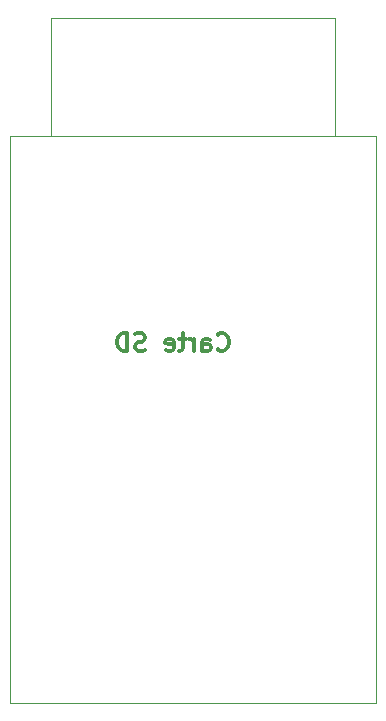
<source format=gbr>
G04 #@! TF.GenerationSoftware,KiCad,Pcbnew,(5.1.4)-1*
G04 #@! TF.CreationDate,2020-08-17T08:14:46+02:00*
G04 #@! TF.ProjectId,proto,70726f74-6f2e-46b6-9963-61645f706362,rev?*
G04 #@! TF.SameCoordinates,Original*
G04 #@! TF.FileFunction,Legend,Bot*
G04 #@! TF.FilePolarity,Positive*
%FSLAX46Y46*%
G04 Gerber Fmt 4.6, Leading zero omitted, Abs format (unit mm)*
G04 Created by KiCad (PCBNEW (5.1.4)-1) date 2020-08-17 08:14:46*
%MOMM*%
%LPD*%
G04 APERTURE LIST*
%ADD10C,0.300000*%
%ADD11C,0.120000*%
G04 APERTURE END LIST*
D10*
X159185714Y-101635714D02*
X159257142Y-101707142D01*
X159471428Y-101778571D01*
X159614285Y-101778571D01*
X159828571Y-101707142D01*
X159971428Y-101564285D01*
X160042857Y-101421428D01*
X160114285Y-101135714D01*
X160114285Y-100921428D01*
X160042857Y-100635714D01*
X159971428Y-100492857D01*
X159828571Y-100350000D01*
X159614285Y-100278571D01*
X159471428Y-100278571D01*
X159257142Y-100350000D01*
X159185714Y-100421428D01*
X157900000Y-101778571D02*
X157900000Y-100992857D01*
X157971428Y-100850000D01*
X158114285Y-100778571D01*
X158400000Y-100778571D01*
X158542857Y-100850000D01*
X157900000Y-101707142D02*
X158042857Y-101778571D01*
X158400000Y-101778571D01*
X158542857Y-101707142D01*
X158614285Y-101564285D01*
X158614285Y-101421428D01*
X158542857Y-101278571D01*
X158400000Y-101207142D01*
X158042857Y-101207142D01*
X157900000Y-101135714D01*
X157185714Y-101778571D02*
X157185714Y-100778571D01*
X157185714Y-101064285D02*
X157114285Y-100921428D01*
X157042857Y-100850000D01*
X156900000Y-100778571D01*
X156757142Y-100778571D01*
X156471428Y-100778571D02*
X155900000Y-100778571D01*
X156257142Y-100278571D02*
X156257142Y-101564285D01*
X156185714Y-101707142D01*
X156042857Y-101778571D01*
X155900000Y-101778571D01*
X154828571Y-101707142D02*
X154971428Y-101778571D01*
X155257142Y-101778571D01*
X155400000Y-101707142D01*
X155471428Y-101564285D01*
X155471428Y-100992857D01*
X155400000Y-100850000D01*
X155257142Y-100778571D01*
X154971428Y-100778571D01*
X154828571Y-100850000D01*
X154757142Y-100992857D01*
X154757142Y-101135714D01*
X155471428Y-101278571D01*
X153042857Y-101707142D02*
X152828571Y-101778571D01*
X152471428Y-101778571D01*
X152328571Y-101707142D01*
X152257142Y-101635714D01*
X152185714Y-101492857D01*
X152185714Y-101350000D01*
X152257142Y-101207142D01*
X152328571Y-101135714D01*
X152471428Y-101064285D01*
X152757142Y-100992857D01*
X152900000Y-100921428D01*
X152971428Y-100850000D01*
X153042857Y-100707142D01*
X153042857Y-100564285D01*
X152971428Y-100421428D01*
X152900000Y-100350000D01*
X152757142Y-100278571D01*
X152400000Y-100278571D01*
X152185714Y-100350000D01*
X151542857Y-101778571D02*
X151542857Y-100278571D01*
X151185714Y-100278571D01*
X150971428Y-100350000D01*
X150828571Y-100492857D01*
X150757142Y-100635714D01*
X150685714Y-100921428D01*
X150685714Y-101135714D01*
X150757142Y-101421428D01*
X150828571Y-101564285D01*
X150971428Y-101707142D01*
X151185714Y-101778571D01*
X151542857Y-101778571D01*
D11*
X172600000Y-83600000D02*
X141600000Y-83600000D01*
X141600000Y-83600000D02*
X141600000Y-131600000D01*
X141600000Y-131600000D02*
X172600000Y-131600000D01*
X172600000Y-131600000D02*
X172600000Y-83600000D01*
X157100000Y-73600000D02*
X169100000Y-73600000D01*
X157100000Y-73600000D02*
X145100000Y-73600000D01*
X145100000Y-73600000D02*
X145100000Y-83600000D01*
X169100000Y-73600000D02*
X169100000Y-83600000D01*
M02*

</source>
